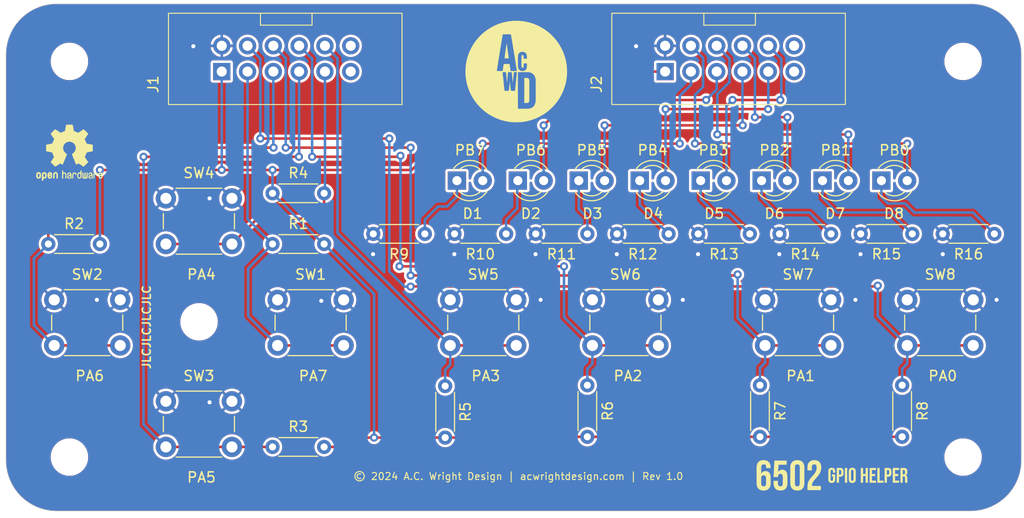
<source format=kicad_pcb>
(kicad_pcb (version 20241229) (generator "pcbnew") (generator_version "9.0")
  (title_block (title "6502 GPIO Helper") (date "2024-06-06") (rev "1.0") (company "A.C. Wright Design"))
  (layers (0 "F.Cu" signal "Top") (2 "B.Cu" signal "Bottom") (13 "F.Paste" user) (15 "B.Paste" user) (5 "F.SilkS" user "F.Silkscreen") (7 "B.SilkS" user "B.Silkscreen") (1 "F.Mask" user) (3 "B.Mask" user) (25 "Edge.Cuts" user))
  (net 0 "")
  (net 1 "GND")
  (net 2 "VCC")
  (net 3 "Net-(D1-K)")
  (net 4 "Net-(D2-K)")
  (net 5 "Net-(D3-K)")
  (net 6 "Net-(D4-K)")
  (net 7 "Net-(D5-K)")
  (net 8 "Net-(D6-K)")
  (net 9 "PB7")
  (net 10 "Net-(D7-K)")
  (net 11 "Net-(D8-K)")
  (net 12 "PB6")
  (net 13 "PB5")
  (net 14 "PB4")
  (net 15 "PB3")
  (net 16 "PB2")
  (net 17 "PB1")
  (net 18 "PB0")
  (net 19 "PA5")
  (net 21 "PA7")
  (net 22 "PA6")
  (net 23 "PA1")
  (net 24 "PA3")
  (net 26 "PA4")
  (net 27 "PA0")
  (net 28 "PA2")
  (footprint "Symbol:OSHW-Logo2_7.3x6mm_SilkScreen" (layer "F.Cu") (at 71.3011 97.8136)
    (property "Reference" "REF**" (hide yes))
    (property "Value" "OSHW-Logo2_7.3x6mm_SilkScreen" (hide yes))
  )
  (footprint "A.C. Wright Logo:A.C. Wright Logo 10mm" (layer "F.Cu") (at 115.3011 89.8136)
    (property "Reference" "G***" (hide yes))
    (property "Value" "LOGO" (hide yes))
  )
  (footprint "LED_THT:LED_D3.0mm" (layer "F.Cu") (at 133.4611 100.5636)
    (property "Reference" "D5" (at 1.34 3.25 0) (layer "F.SilkS"))
    (property "Value" "PB3" (at 1.27 -3 0) (layer "F.SilkS"))
    (pad "1" thru_hole rect (at 0 0) (size 1.8 1.8) (drill 0.9) (layers "*.Cu" "*.Mask") (net 7 "Net-(D5-K)"))
    (pad "2" thru_hole circle (at 2.54 0) (size 1.8 1.8) (drill 0.9) (layers "*.Cu" "*.Mask") (net 15 "PB3"))
  )
  (footprint "Resistor_THT:R_Axial_DIN0204_L3.6mm_D1.6mm_P5.08mm_Horizontal" (layer "F.Cu") (at 141.2211 105.8136)
    (property "Reference" "R14" (at 2.54 2 0) (layer "F.SilkS"))
    (property "Value" "330" (hide yes))
    (pad "1" thru_hole circle (at 0 0) (size 1.4 1.4) (drill 0.7) (layers "*.Cu" "*.Mask") (net 1 "GND"))
    (pad "2" thru_hole oval (at 5.08 0) (size 1.4 1.4) (drill 0.7) (layers "*.Cu" "*.Mask") (net 8 "Net-(D6-K)"))
  )
  (footprint "MountingHole:MountingHole_3.2mm_M3" (layer "F.Cu") (at 159.3011 88.8136)
    (property "Reference" "REF**" (hide yes))
    (property "Value" "MountingHole_3.2mm_M3" (hide yes))
    (pad "" np_thru_hole circle (at 0 0) (size 3.2 3.2) (drill 3.2) (layers "*.Cu" "*.Mask"))
  )
  (footprint "Resistor_THT:R_Axial_DIN0204_L3.6mm_D1.6mm_P5.08mm_Horizontal" (layer "F.Cu") (at 91.3011 126.8136)
    (property "Reference" "R3" (at 2.54 -2 0) (layer "F.SilkS"))
    (property "Value" "1K" (hide yes))
    (pad "1" thru_hole circle (at 0 0) (size 1.4 1.4) (drill 0.7) (layers "*.Cu" "*.Mask") (net 19 "PA5"))
    (pad "2" thru_hole oval (at 5.08 0) (size 1.4 1.4) (drill 0.7) (layers "*.Cu" "*.Mask") (net 2 "VCC"))
  )
  (footprint "MountingHole:MountingHole_3.2mm_M3" (layer "F.Cu") (at 84.06555 114.48)
    (property "Reference" "REF**" (hide yes))
    (property "Value" "MountingHole_3.2mm_M3" (hide yes))
    (pad "" np_thru_hole circle (at 0 0) (size 3.2 3.2) (drill 3.2) (layers "*.Cu" "*.Mask"))
  )
  (footprint "Button_Switch_THT:SW_PUSH_6mm" (layer "F.Cu") (at 153.8011 112.3136)
    (property "Reference" "SW8" (at 3.25 -2.5 0) (layer "F.SilkS"))
    (property "Value" "PA0" (at 3.5 7.5 0) (layer "F.SilkS"))
    (pad "1" thru_hole circle (at 0 0 90) (size 2 2) (drill 1.1) (layers "*.Cu" "*.Mask") (net 1 "GND"))
    (pad "1" thru_hole circle (at 6.5 0 90) (size 2 2) (drill 1.1) (layers "*.Cu" "*.Mask") (net 1 "GND"))
    (pad "2" thru_hole circle (at 0 4.5 90) (size 2 2) (drill 1.1) (layers "*.Cu" "*.Mask") (net 27 "PA0"))
    (pad "2" thru_hole circle (at 6.5 4.5 90) (size 2 2) (drill 1.1) (layers "*.Cu" "*.Mask") (net 27 "PA0"))
  )
  (footprint "LED_THT:LED_D3.0mm" (layer "F.Cu") (at 151.2611 100.5636)
    (property "Reference" "D8" (at 1.24 3.25 0) (layer "F.SilkS"))
    (property "Value" "PB0" (at 1.27 -3 0) (layer "F.SilkS"))
    (pad "1" thru_hole rect (at 0 0) (size 1.8 1.8) (drill 0.9) (layers "*.Cu" "*.Mask") (net 11 "Net-(D8-K)"))
    (pad "2" thru_hole circle (at 2.54 0) (size 1.8 1.8) (drill 0.9) (layers "*.Cu" "*.Mask") (net 18 "PB0"))
  )
  (footprint "Button_Switch_THT:SW_PUSH_6mm" (layer "F.Cu") (at 80.8011 102.3136)
    (property "Reference" "SW4" (at 3.25 -2.5 0) (layer "F.SilkS"))
    (property "Value" "PA4" (at 3.5 7.5 0) (layer "F.SilkS"))
    (pad "1" thru_hole circle (at 0 0 90) (size 2 2) (drill 1.1) (layers "*.Cu" "*.Mask") (net 1 "GND"))
    (pad "1" thru_hole circle (at 6.5 0 90) (size 2 2) (drill 1.1) (layers "*.Cu" "*.Mask") (net 1 "GND"))
    (pad "2" thru_hole circle (at 0 4.5 90) (size 2 2) (drill 1.1) (layers "*.Cu" "*.Mask") (net 26 "PA4"))
    (pad "2" thru_hole circle (at 6.5 4.5 90) (size 2 2) (drill 1.1) (layers "*.Cu" "*.Mask") (net 26 "PA4"))
  )
  (footprint "Resistor_THT:R_Axial_DIN0204_L3.6mm_D1.6mm_P5.08mm_Horizontal" (layer "F.Cu") (at 157.3011 105.8136)
    (property "Reference" "R16" (at 2.54 2 0) (layer "F.SilkS"))
    (property "Value" "330" (hide yes))
    (pad "1" thru_hole circle (at 0 0) (size 1.4 1.4) (drill 0.7) (layers "*.Cu" "*.Mask") (net 1 "GND"))
    (pad "2" thru_hole oval (at 5.08 0) (size 1.4 1.4) (drill 0.7) (layers "*.Cu" "*.Mask") (net 11 "Net-(D8-K)"))
  )
  (footprint "Button_Switch_THT:SW_PUSH_6mm" (layer "F.Cu") (at 91.8011 112.3136)
    (property "Reference" "SW1" (at 3.25 -2.5 0) (layer "F.SilkS"))
    (property "Value" "PA7" (at 3.5 7.5 0) (layer "F.SilkS"))
    (pad "1" thru_hole circle (at 0 0 90) (size 2 2) (drill 1.1) (layers "*.Cu" "*.Mask") (net 1 "GND"))
    (pad "1" thru_hole circle (at 6.5 0 90) (size 2 2) (drill 1.1) (layers "*.Cu" "*.Mask") (net 1 "GND"))
    (pad "2" thru_hole circle (at 0 4.5 90) (size 2 2) (drill 1.1) (layers "*.Cu" "*.Mask") (net 21 "PA7"))
    (pad "2" thru_hole circle (at 6.5 4.5 90) (size 2 2) (drill 1.1) (layers "*.Cu" "*.Mask") (net 21 "PA7"))
  )
  (footprint "LED_THT:LED_D3.0mm" (layer "F.Cu") (at 127.4611 100.5636)
    (property "Reference" "D4" (at 1.34 3.25 0) (layer "F.SilkS"))
    (property "Value" "PB4" (at 1.27 -3 0) (layer "F.SilkS"))
    (pad "1" thru_hole rect (at 0 0) (size 1.8 1.8) (drill 0.9) (layers "*.Cu" "*.Mask") (net 6 "Net-(D4-K)"))
    (pad "2" thru_hole circle (at 2.54 0) (size 1.8 1.8) (drill 0.9) (layers "*.Cu" "*.Mask") (net 14 "PB4"))
  )
  (footprint "6502 Parts:6502 GPIO Connector" (layer "F.Cu") (at 86.3011 89.8136 90)
    (property "Reference" "J1" (at -1.25 -6.75 90) (layer "F.SilkS"))
    (property "Value" "PORT A")
    (pad "1" thru_hole rect (at 0 0 90) (size 1.7 1.7) (drill 1) (layers "*.Cu" "*.Mask") (net 2 "VCC"))
    (pad "2" thru_hole oval (at 2.54 0 90) (size 1.7 1.7) (drill 1) (layers "*.Cu" "*.Mask") (net 1 "GND"))
    (pad "3" thru_hole oval (at 0 2.54 90) (size 1.7 1.7) (drill 1) (layers "*.Cu" "*.Mask") (net 21 "PA7"))
    (pad "4" thru_hole oval (at 2.54 2.54 90) (size 1.7 1.7) (drill 1) (layers "*.Cu" "*.Mask") (net 27 "PA0"))
    (pad "5" thru_hole oval (at 0 5.08 90) (size 1.7 1.7) (drill 1) (layers "*.Cu" "*.Mask") (net 22 "PA6"))
    (pad "6" thru_hole oval (at 2.54 5.08 90) (size 1.7 1.7) (drill 1) (layers "*.Cu" "*.Mask") (net 23 "PA1"))
    (pad "7" thru_hole oval (at 0 7.62 90) (size 1.7 1.7) (drill 1) (layers "*.Cu" "*.Mask") (net 19 "PA5"))
    (pad "8" thru_hole oval (at 2.54 7.62 90) (size 1.7 1.7) (drill 1) (layers "*.Cu" "*.Mask") (net 28 "PA2"))
    (pad "9" thru_hole oval (at 0 10.16 90) (size 1.7 1.7) (drill 1) (layers "*.Cu" "*.Mask") (net 26 "PA4"))
    (pad "10" thru_hole oval (at 2.54 10.16 90) (size 1.7 1.7) (drill 1) (layers "*.Cu" "*.Mask") (net 24 "PA3"))
    (pad "11" thru_hole oval (at 0 12.7 90) (size 1.7 1.7) (drill 1) (layers "*.Cu" "*.Mask"))
    (pad "12" thru_hole oval (at 2.54 12.7 90) (size 1.7 1.7) (drill 1) (layers "*.Cu" "*.Mask"))
  )
  (footprint "6502 Logos:6502 GPIO Helper Logo 3mm" (layer "F.Cu") (at 150.956215 129.613673)
    (property "Reference" "G***" (hide yes))
    (property "Value" "LOGO" (hide yes))
  )
  (footprint "Resistor_THT:R_Axial_DIN0204_L3.6mm_D1.6mm_P5.08mm_Horizontal" (layer "F.Cu") (at 69.2211 106.8136)
    (property "Reference" "R2" (at 2.54 -2 0) (layer "F.SilkS"))
    (property "Value" "1K" (hide yes))
    (pad "1" thru_hole circle (at 0 0) (size 1.4 1.4) (drill 0.7) (layers "*.Cu" "*.Mask") (net 22 "PA6"))
    (pad "2" thru_hole oval (at 5.08 0) (size 1.4 1.4) (drill 0.7) (layers "*.Cu" "*.Mask") (net 2 "VCC"))
  )
  (footprint "LED_THT:LED_D3.0mm" (layer "F.Cu") (at 115.4611 100.5636)
    (property "Reference" "D2" (at 1.27 3.25 0) (layer "F.SilkS"))
    (property "Value" "PB6" (at 1.27 -3 0) (layer "F.SilkS"))
    (pad "1" thru_hole rect (at 0 0) (size 1.8 1.8) (drill 0.9) (layers "*.Cu" "*.Mask") (net 4 "Net-(D2-K)"))
    (pad "2" thru_hole circle (at 2.54 0) (size 1.8 1.8) (drill 0.9) (layers "*.Cu" "*.Mask") (net 12 "PB6"))
  )
  (footprint "Resistor_THT:R_Axial_DIN0204_L3.6mm_D1.6mm_P5.08mm_Horizontal" (layer "F.Cu") (at 108.3011 120.8136 -90)
    (property "Reference" "R5" (at 2.54 -2 90) (layer "F.SilkS"))
    (property "Value" "1K" (hide yes))
    (pad "1" thru_hole circle (at 0 0 270) (size 1.4 1.4) (drill 0.7) (layers "*.Cu" "*.Mask") (net 24 "PA3"))
    (pad "2" thru_hole oval (at 5.08 0 270) (size 1.4 1.4) (drill 0.7) (layers "*.Cu" "*.Mask") (net 2 "VCC"))
  )
  (footprint "MountingHole:MountingHole_3.2mm_M3" (layer "F.Cu") (at 159.3011 127.8136)
    (property "Reference" "REF**" (hide yes))
    (property "Value" "MountingHole_3.2mm_M3" (hide yes))
    (pad "" np_thru_hole circle (at 0 0) (size 3.2 3.2) (drill 3.2) (layers "*.Cu" "*.Mask"))
  )
  (footprint "Resistor_THT:R_Axial_DIN0204_L3.6mm_D1.6mm_P5.08mm_Horizontal" (layer "F.Cu") (at 117.2211 105.8136)
    (property "Reference" "R11" (at 2.54 2 0) (layer "F.SilkS"))
    (property "Value" "330" (hide yes))
    (pad "1" thru_hole circle (at 0 0) (size 1.4 1.4) (drill 0.7) (layers "*.Cu" "*.Mask") (net 1 "GND"))
    (pad "2" thru_hole oval (at 5.08 0) (size 1.4 1.4) (drill 0.7) (layers "*.Cu" "*.Mask") (net 5 "Net-(D3-K)"))
  )
  (footprint "6502 Parts:6502 GPIO Connector" (layer "F.Cu") (at 129.9611 89.8136 90)
    (property "Reference" "J2" (at -1.25 -6.75 90) (layer "F.SilkS"))
    (property "Value" "PORT B")
    (pad "1" thru_hole rect (at 0 0 90) (size 1.7 1.7) (drill 1) (layers "*.Cu" "*.Mask") (net 2 "VCC"))
    (pad "2" thru_hole oval (at 2.54 0 90) (size 1.7 1.7) (drill 1) (layers "*.Cu" "*.Mask") (net 1 "GND"))
    (pad "3" thru_hole oval (at 0 2.54 90) (size 1.7 1.7) (drill 1) (layers "*.Cu" "*.Mask") (net 9 "PB7"))
    (pad "4" thru_hole oval (at 2.54 2.54 90) (size 1.7 1.7) (drill 1) (layers "*.Cu" "*.Mask") (net 18 "PB0"))
    (pad "5" thru_hole oval (at 0 5.08 90) (size 1.7 1.7) (drill 1) (layers "*.Cu" "*.Mask") (net 12 "PB6"))
    (pad "6" thru_hole oval (at 2.54 5.08 90) (size 1.7 1.7) (drill 1) (layers "*.Cu" "*.Mask") (net 17 "PB1"))
    (pad "7" thru_hole oval (at 0 7.62 90) (size 1.7 1.7) (drill 1) (layers "*.Cu" "*.Mask") (net 13 "PB5"))
    (pad "8" thru_hole oval (at 2.54 7.62 90) (size 1.7 1.7) (drill 1) (layers "*.Cu" "*.Mask") (net 16 "PB2"))
    (pad "9" thru_hole oval (at 0 10.16 90) (size 1.7 1.7) (drill 1) (layers "*.Cu" "*.Mask") (net 14 "PB4"))
    (pad "10" thru_hole oval (at 2.54 10.16 90) (size 1.7 1.7) (drill 1) (layers "*.Cu" "*.Mask") (net 15 "PB3"))
    (pad "11" thru_hole oval (at 0 12.7 90) (size 1.7 1.7) (drill 1) (layers "*.Cu" "*.Mask"))
    (pad "12" thru_hole oval (at 2.54 12.7 90) (size 1.7 1.7) (drill 1) (layers "*.Cu" "*.Mask"))
  )
  (footprint "LED_THT:LED_D3.0mm" (layer "F.Cu") (at 109.4611 100.5636)
    (property "Reference" "D1" (at 1.54 3.25 0) (layer "F.SilkS"))
    (property "Value" "PB7" (at 1.27 -3 0) (layer "F.SilkS"))
    (pad "1" thru_hole rect (at 0 0) (size 1.8 1.8) (drill 0.9) (layers "*.Cu" "*.Mask") (net 3 "Net-(D1-K)"))
    (pad "2" thru_hole circle (at 2.54 0) (size 1.8 1.8) (drill 0.9) (layers "*.Cu" "*.Mask") (net 9 "PB7"))
  )
  (footprint "MountingHole:MountingHole_3.2mm_M3" (layer "F.Cu") (at 71.3011 88.8136)
    (property "Reference" "REF**" (hide yes))
    (property "Value" "MountingHole_3.2mm_M3" (hide yes))
    (pad "" np_thru_hole circle (at 0 0) (size 3.2 3.2) (drill 3.2) (layers "*.Cu" "*.Mask"))
  )
  (footprint "Resistor_THT:R_Axial_DIN0204_L3.6mm_D1.6mm_P5.08mm_Horizontal" (layer "F.Cu") (at 153.3011 120.7336 -90)
    (property "Reference" "R8" (at 2.54 -2 90) (layer "F.SilkS"))
    (property "Value" "1K" (hide yes))
    (pad "1" thru_hole circle (at 0 0 270) (size 1.4 1.4) (drill 0.7) (layers "*.Cu" "*.Mask") (net 27 "PA0"))
    (pad "2" thru_hole oval (at 5.08 0 270) (size 1.4 1.4) (drill 0.7) (layers "*.Cu" "*.Mask") (net 2 "VCC"))
  )
  (footprint "Button_Switch_THT:SW_PUSH_6mm" (layer "F.Cu") (at 80.8011 122.3136)
    (property "Reference" "SW3" (at 3.25 -2.5 0) (layer "F.SilkS"))
    (property "Value" "PA5" (at 3.5 7.5 0) (layer "F.SilkS"))
    (pad "1" thru_hole circle (at 0 0 90) (size 2 2) (drill 1.1) (layers "*.Cu" "*.Mask") (net 1 "GND"))
    (pad "1" thru_hole circle (at 6.5 0 90) (size 2 2) (drill 1.1) (layers "*.Cu" "*.Mask") (net 1 "GND"))
    (pad "2" thru_hole circle (at 0 4.5 90) (size 2 2) (drill 1.1) (layers "*.Cu" "*.Mask") (net 19 "PA5"))
    (pad "2" thru_hole circle (at 6.5 4.5 90) (size 2 2) (drill 1.1) (layers "*.Cu" "*.Mask") (net 19 "PA5"))
  )
  (footprint "LED_THT:LED_D3.0mm" (layer "F.Cu") (at 139.4611 100.5636)
    (property "Reference" "D6" (at 1.27 3.25 0) (layer "F.SilkS"))
    (property "Value" "PB2" (at 1.27 -3 0) (layer "F.SilkS"))
    (pad "1" thru_hole rect (at 0 0) (size 1.8 1.8) (drill 0.9) (layers "*.Cu" "*.Mask") (net 8 "Net-(D6-K)"))
    (pad "2" thru_hole circle (at 2.54 0) (size 1.8 1.8) (drill 0.9) (layers "*.Cu" "*.Mask") (net 16 "PB2"))
  )
  (footprint "Resistor_THT:R_Axial_DIN0204_L3.6mm_D1.6mm_P5.08mm_Horizontal" (layer "F.Cu") (at 133.2211 105.8136)
    (property "Reference" "R13" (at 2.54 2 0) (layer "F.SilkS"))
    (property "Value" "330" (hide yes))
    (pad "1" thru_hole circle (at 0 0) (size 1.4 1.4) (drill 0.7) (layers "*.Cu" "*.Mask") (net 1 "GND"))
    (pad "2" thru_hole oval (at 5.08 0) (size 1.4 1.4) (drill 0.7) (layers "*.Cu" "*.Mask") (net 7 "Net-(D5-K)"))
  )
  (footprint "Button_Switch_THT:SW_PUSH_6mm" (layer "F.Cu") (at 139.8011 112.3136)
    (property "Reference" "SW7" (at 3.25 -2.5 0) (layer "F.SilkS"))
    (property "Value" "PA1" (at 3.5 7.5 0) (layer "F.SilkS"))
    (pad "1" thru_hole circle (at 0 0 90) (size 2 2) (drill 1.1) (layers "*.Cu" "*.Mask") (net 1 "GND"))
    (pad "1" thru_hole circle (at 6.5 0 90) (size 2 2) (drill 1.1) (layers "*.Cu" "*.Mask") (net 1 "GND"))
    (pad "2" thru_hole circle (at 0 4.5 90) (size 2 2) (drill 1.1) (layers "*.Cu" "*.Mask") (net 23 "PA1"))
    (pad "2" thru_hole circle (at 6.5 4.5 90) (size 2 2) (drill 1.1) (layers "*.Cu" "*.Mask") (net 23 "PA1"))
  )
  (footprint "Resistor_THT:R_Axial_DIN0204_L3.6mm_D1.6mm_P5.08mm_Horizontal" (layer "F.Cu") (at 122.3011 120.7336 -90)
    (property "Reference" "R6" (at 2.54 -2 90) (layer "F.SilkS"))
    (property "Value" "1K" (hide yes))
    (pad "1" thru_hole circle (at 0 0 270) (size 1.4 1.4) (drill 0.7) (layers "*.Cu" "*.Mask") (net 28 "PA2"))
    (pad "2" thru_hole oval (at 5.08 0 270) (size 1.4 1.4) (drill 0.7) (layers "*.Cu" "*.Mask") (net 2 "VCC"))
  )
  (footprint "Resistor_THT:R_Axial_DIN0204_L3.6mm_D1.6mm_P5.08mm_Horizontal" (layer "F.Cu") (at 149.2211 105.8136)
    (property "Reference" "R15" (at 2.54 2 0) (layer "F.SilkS"))
    (property "Value" "330" (hide yes))
    (pad "1" thru_hole circle (at 0 0) (size 1.4 1.4) (drill 0.7) (layers "*.Cu" "*.Mask") (net 1 "GND"))
    (pad "2" thru_hole oval (at 5.08 0) (size 1.4 1.4) (drill 0.7) (layers "*.Cu" "*.Mask") (net 10 "Net-(D7-K)"))
  )
  (footprint "Resistor_THT:R_Axial_DIN0204_L3.6mm_D1.6mm_P5.08mm_Horizontal" (layer "F.Cu") (at 139.3011 120.7336 -90)
    (property "Reference" "R7" (at 2.54 -2 90) (layer "F.SilkS"))
    (property "Value" "1K" (hide yes))
    (pad "1" thru_hole circle (at 0 0 270) (size 1.4 1.4) (drill 0.7) (layers "*.Cu" "*.Mask") (net 23 "PA1"))
    (pad "2" thru_hole oval (at 5.08 0 270) (size 1.4 1.4) (drill 0.7) (layers "*.Cu" "*.Mask") (net 2 "VCC"))
  )
  (footprint "Resistor_THT:R_Axial_DIN0204_L3.6mm_D1.6mm_P5.08mm_Horizontal" (layer "F.Cu") (at 125.2211 105.8136)
    (property "Reference" "R12" (at 2.54 2 0) (layer "F.SilkS"))
    (property "Value" "330" (hide yes))
    (pad "1" thru_hole circle (at 0 0) (size 1.4 1.4) (drill 0.7) (layers "*.Cu" "*.Mask") (net 1 "GND"))
    (pad "2" thru_hole oval (at 5.08 0) (size 1.4 1.4) (drill 0.7) (layers "*.Cu" "*.Mask") (net 6 "Net-(D4-K)"))
  )
  (footprint "LED_THT:LED_D3.0mm" (layer "F.Cu") (at 121.4611 100.5636)
    (property "Reference" "D3" (at 1.34 3.25 0) (layer "F.SilkS"))
    (property "Value" "PB5" (at 1.27 -3 0) (layer "F.SilkS"))
    (pad "1" thru_hole rect (at 0 0) (size 1.8 1.8) (drill 0.9) (layers "*.Cu" "*.Mask") (net 5 "Net-(D3-K)"))
    (pad "2" thru_hole circle (at 2.54 0) (size 1.8 1.8) (drill 0.9) (layers "*.Cu" "*.Mask") (net 13 "PB5"))
  )
  (footprint "Button_Switch_THT:SW_PUSH_6mm" (layer "F.Cu") (at 122.8011 112.3136)
    (property "Reference" "SW6" (at 3.25 -2.5 0) (layer "F.SilkS"))
    (property "Value" "PA2" (at 3.5 7.5 0) (layer "F.SilkS"))
    (pad "1" thru_hole circle (at 0 0 90) (size 2 2) (drill 1.1) (layers "*.Cu" "*.Mask") (net 1 "GND"))
    (pad "1" thru_hole circle (at 6.5 0 90) (size 2 2) (drill 1.1) (layers "*.Cu" "*.Mask") (net 1 "GND"))
    (pad "2" thru_hole circle (at 0 4.5 90) (size 2 2) (drill 1.1) (layers "*.Cu" "*.Mask") (net 28 "PA2"))
    (pad "2" thru_hole circle (at 6.5 4.5 90) (size 2 2) (drill 1.1) (layers "*.Cu" "*.Mask") (net 28 "PA2"))
  )
  (footprint "Button_Switch_THT:SW_PUSH_6mm" (layer "F.Cu") (at 69.8011 112.3136)
    (property "Reference" "SW2" (at 3.25 -2.5 0) (layer "F.SilkS"))
    (property "Value" "PA6" (at 3.5 7.5 0) (layer "F.SilkS"))
    (pad "1" thru_hole circle (at 0 0 90) (size 2 2) (drill 1.1) (layers "*.Cu" "*.Mask") (net 1 "GND"))
    (pad "1" thru_hole circle (at 6.5 0 90) (size 2 2) (drill 1.1) (layers "*.Cu" "*.Mask") (net 1 "GND"))
    (pad "2" thru_hole circle (at 0 4.5 90) (size 2 2) (drill 1.1) (layers "*.Cu" "*.Mask") (net 22 "PA6"))
    (pad "2" thru_hole circle (at 6.5 4.5 90) (size 2 2) (drill 1.1) (layers "*.Cu" "*.Mask") (net 22 "PA6"))
  )
  (footprint "Resistor_THT:R_Axial_DIN0204_L3.6mm_D1.6mm_P5.08mm_Horizontal" (layer "F.Cu") (at 101.2211 105.8136)
    (property "Reference" "R9" (at 2.54 2 0) (layer "F.SilkS"))
    (property "Value" "330" (hide yes))
    (pad "1" thru_hole circle (at 0 0) (size 1.4 1.4) (drill 0.7) (layers "*.Cu" "*.Mask") (net 1 "GND"))
    (pad "2" thru_hole oval (at 5.08 0) (size 1.4 1.4) (drill 0.7) (layers "*.Cu" "*.Mask") (net 3 "Net-(D1-K)"))
  )
  (footprint "Resistor_THT:R_Axial_DIN0204_L3.6mm_D1.6mm_P5.08mm_Horizontal" (layer "F.Cu") (at 109.2211 105.8136)
    (property "Reference" "R10" (at 2.54 2 0) (layer "F.SilkS"))
    (property "Value" "330" (hide yes))
    (pad "1" thru_hole circle (at 0 0) (size 1.4 1.4) (drill 0.7) (layers "*.Cu" "*.Mask") (net 1 "GND"))
    (pad "2" thru_hole oval (at 5.08 0) (size 1.4 1.4) (drill 0.7) (layers "*.Cu" "*.Mask") (net 4 "Net-(D2-K)"))
  )
  (footprint "Button_Switch_THT:SW_PUSH_6mm" (layer "F.Cu") (at 108.8011 112.3136)
    (property "Reference" "SW5" (at 3.25 -2.5 0) (layer "F.SilkS"))
    (property "Value" "PA3" (at 3.5 7.5 0) (layer "F.SilkS"))
    (pad "1" thru_hole circle (at 0 0 90) (size 2 2) (drill 1.1) (layers "*.Cu" "*.Mask") (net 1 "GND"))
    (pad "1" thru_hole circle (at 6.5 0 90) (size 2 2) (drill 1.1) (layers "*.Cu" "*.Mask") (net 1 "GND"))
    (pad "2" thru_hole circle (at 0 4.5 90) (size 2 2) (drill 1.1) (layers "*.Cu" "*.Mask") (net 24 "PA3"))
    (pad "2" thru_hole circle (at 6.5 4.5 90) (size 2 2) (drill 1.1) (layers "*.Cu" "*.Mask") (net 24 "PA3"))
  )
  (footprint "MountingHole:MountingHole_3.2mm_M3" (layer "F.Cu") (at 71.3011 127.8136)
    (property "Reference" "REF**" (hide yes))
    (property "Value" "MountingHole_3.2mm_M3" (hide yes))
    (pad "" np_thru_hole circle (at 0 0) (size 3.2 3.2) (drill 3.2) (layers "*.Cu" "*.Mask"))
  )
  (footprint "LED_THT:LED_D3.0mm" (layer "F.Cu") (at 145.4611 100.5636)
    (property "Reference" "D7" (at 1.24 3.25 0) (layer "F.SilkS"))
    (property "Value" "PB1" (at 1.29 -3 0) (layer "F.SilkS"))
    (pad "1" thru_hole rect (at 0 0) (size 1.8 1.8) (drill 0.9) (layers "*.Cu" "*.Mask") (net 10 "Net-(D7-K)"))
    (pad "2" thru_hole circle (at 2.54 0) (size 1.8 1.8) (drill 0.9) (layers "*.Cu" "*.Mask") (net 17 "PB1"))
  )
  (footprint "Resistor_THT:R_Axial_DIN0204_L3.6mm_D1.6mm_P5.08mm_Horizontal" (layer "F.Cu") (at 96.3811 101.8136 180)
    (property "Reference" "R4" (at 2.54 2 180) (layer "F.SilkS"))
    (property "Value" "1K" (hide yes))
    (pad "1" thru_hole circle (at 0 0 180) (size 1.4 1.4) (drill 0.7) (layers "*.Cu" "*.Mask") (net 26 "PA4"))
    (pad "2" thru_hole oval (at 5.08 0 180) (size 1.4 1.4) (drill 0.7) (layers "*.Cu" "*.Mask") (net 2 "VCC"))
  )
  (footprint "Resistor_THT:R_Axial_DIN0204_L3.6mm_D1.6mm_P5.08mm_Horizontal" (layer "F.Cu") (at 91.3011 106.8136)
    (property "Reference" "R1" (at 2.54 -2 0) (layer "F.SilkS"))
    (property "Value" "1K" (hide yes))
    (pad "1" thru_hole circle (at 0 0) (size 1.4 1.4) (drill 0.7) (layers "*.Cu" "*.Mask") (net 21 "PA7"))
    (pad "2" thru_hole oval (at 5.08 0) (size 1.4 1.4) (drill 0.7) (layers "*.Cu" "*.Mask") (net 2 "VCC"))
  )
  (gr_line (start 132.8472 133.1342) (end 160.0472 133.1342) (stroke (width 0.05)) (layer "Edge.Cuts"))
  (gr_arc (start 70.0472 133.1342) (mid 66.511666 131.669734) (end 65.0472 128.1342) (stroke (width 0.05)) (layer "Edge.Cuts"))
  (gr_line (start 165.0472 128.1342) (end 165.0472 88.1342) (stroke (width 0.05)) (layer "Edge.Cuts"))
  (gr_line (start 70.0472 133.1342) (end 132.8472 133.1342) (stroke (width 0.05)) (layer "Edge.Cuts"))
  (gr_line (start 65.0472 88.1342) (end 65.0472 128.1342) (stroke (width 0.05)) (layer "Edge.Cuts"))
  (gr_arc (start 65.0472 88.1342) (mid 66.511666 84.598666) (end 70.0472 83.1342) (stroke (width 0.05)) (layer "Edge.Cuts"))
  (gr_line (start 160.0472 83.1342) (end 70.0472 83.1342) (stroke (width 0.05)) (layer "Edge.Cuts"))
  (gr_arc (start 160.0472 83.1342) (mid 163.582734 84.598666) (end 165.0472 88.1342) (stroke (width 0.05)) (layer "Edge.Cuts"))
  (gr_arc (start 165.0472 128.1342) (mid 163.582734 131.669734) (end 160.0472 133.1342) (stroke (width 0.05)) (layer "Edge.Cuts"))
  (gr_text "JLCJLCJLCJLC" (at 78.9011 115.0136 90) (layer "F.SilkS") (effects (font (size 0.8 0.8))))
  (gr_text "© 2024 A.C. Wright Design | acwrightdesign.com | Rev 1.0" (at 115.5011 129.7136 0) (layer "F.SilkS") (effects (font (size 0.7 0.7) (thickness 0.1))))
  (via (at 149.2011 107.8136) (size 0.8) (drill 0.4) (layers "F.Cu" "B.Cu") (net 1))
  (via (at 117.7011 112.3136) (size 0.8) (drill 0.4) (layers "F.Cu" "B.Cu") (net 1))
  (via (at 141.2011 107.8136) (size 0.8) (drill 0.4) (layers "F.Cu" "B.Cu") (net 1))
  (via (at 109.2011 107.8136) (size 0.8) (drill 0.4) (layers "F.Cu" "B.Cu") (net 1))
  (via (at 131.7011 112.3136) (size 0.8) (drill 0.4) (layers "F.Cu" "B.Cu") (net 1))
  (via (at 148.7011 112.3136) (size 0.8) (drill 0.4) (layers "F.Cu" "B.Cu") (net 1))
  (via (at 117.2011 107.8136) (size 0.8) (drill 0.4) (layers "F.Cu" "B.Cu") (net 1))
  (via (at 127.1011 87.3136) (size 0.8) (drill 0.4) (layers "F.Cu" "B.Cu") (net 1))
  (via (at 133.2011 107.8136) (size 0.8) (drill 0.4) (layers "F.Cu" "B.Cu") (net 1))
  (via (at 83.5011 87.3136) (size 0.8) (drill 0.4) (layers "F.Cu" "B.Cu") (net 1))
  (via (at 125.2011 107.8136) (size 0.8) (drill 0.4) (layers "F.Cu" "B.Cu") (net 1))
  (via (at 74.0011 112.3136) (size 0.8) (drill 0.4) (layers "F.Cu" "B.Cu") (net 1))
  (via (at 85.1011 102.3136) (size 0.8) (drill 0.4) (layers "F.Cu" "B.Cu") (net 1))
  (via (at 96.1011 112.4136) (size 0.8) (drill 0.4) (layers "F.Cu" "B.Cu") (net 1))
  (via (at 101.2011 107.8136) (size 0.8) (drill 0.4) (layers "F.Cu" "B.Cu") (net 1))
  (via (at 162.6011 112.3136) (size 0.8) (drill 0.4) (layers "F.Cu" "B.Cu") (net 1))
  (via (at 85.1011 122.4136) (size 0.8) (drill 0.4) (layers "F.Cu" "B.Cu") (net 1))
  (via (at 157.3011 107.8136) (size 0.8) (drill 0.4) (layers "F.Cu" "B.Cu") (net 1))
  (segment (start 121.0211 125.8936) (end 108.3011 125.8936) (width 0.25) (layer "F.Cu") (net 2))
  (segment (start 109.4011 95.1136) (end 115.9011 95.1136) (width 0.25) (layer "F.Cu") (net 2))
  (segment (start 91.3011 99.5136) (end 86.3011 99.5136) (width 0.25) (layer "F.Cu") (net 2))
  (segment (start 74.3011 99.5136) (end 86.3011 99.5136) (width 0.25) (layer "F.Cu") (net 2))
  (segment (start 153.3011 125.8136) (end 139.3011 125.8136) (width 0.25) (layer "F.Cu") (net 2))
  (segment (start 98.3011 126.8136) (end 96.3811 126.8136) (width 0.25) (layer "F.Cu") (net 2))
  (segment (start 139.3011 125.8136) (end 122.3011 125.8136) (width 0.25) (layer "F.Cu") (net 2))
  (segment (start 105.0011 99.5136) (end 109.4011 95.1136) (width 0.25) (layer "F.Cu") (net 2))
  (segment (start 99.2211 125.8936) (end 98.3011 126.8136) (width 0.25) (layer "F.Cu") (net 2))
  (segment (start 115.9011 95.1136) (end 121.2011 89.8136) (width 0.25) (layer "F.Cu") (net 2))
  (segment (start 121.1011 125.8136) (end 121.0211 125.8936) (width 0.25) (layer "F.Cu") (net 2))
  (segment (start 91.3011 99.5136) (end 105.0011 99.5136) (width 0.25) (layer "F.Cu") (net 2))
  (segment (start 121.2011 89.8136) (end 129.9611 89.8136) (width 0.25) (layer "F.Cu") (net 2))
  (segment (start 108.3011 125.8936) (end 99.2211 125.8936) (width 0.25) (layer "F.Cu") (net 2))
  (segment (start 122.3011 125.8136) (end 121.1011 125.8136) (width 0.25) (layer "F.Cu") (net 2))
  (via (at 91.3011 99.5136) (size 0.8) (drill 0.4) (layers "F.Cu" "B.Cu") (net 2))
  (via (at 101.3011 125.8936) (size 0.8) (drill 0.4) (layers "F.Cu" "B.Cu") (net 2))
  (via (at 86.3011 99.5136) (size 0.8) (drill 0.4) (layers "F.Cu" "B.Cu") (net 2))
  (via (at 74.3011 99.5136) (size 0.8) (drill 0.4) (layers "F.Cu" "B.Cu") (net 2))
  (segment (start 86.3011 89.8136) (end 86.3011 99.5136) (width 0.25) (layer "B.Cu") (net 2))
  (segment (start 74.3011 99.5136) (end 74.3011 106.8136) (width 0.25) (layer "B.Cu") (net 2))
  (segment (start 91.3011 101.8136) (end 91.3011 99.5136) (width 0.25) (layer "B.Cu") (net 2))
  (segment (start 101.3011 125.8936) (end 101.3011 111.7336) (width 0.25) (layer "B.Cu") (net 2))
  (segment (start 101.3011 111.7336) (end 96.3811 106.8136) (width 0.25) (layer "B.Cu") (net 2))
  (segment (start 91.3011 101.8136) (end 96.3011 106.8136) (width 0.25) (layer "B.Cu") (net 2))
  (segment (start 96.3011 106.8136) (end 96.3811 106.8136) (width 0.25) (layer "B.Cu") (net 2))
  (segment (start 107.6011 103.1136) (end 108.5011 103.1136) (width 0.25) (layer "B.Cu") (net 3))
  (segment (start 106.3011 105.8136) (end 106.3011 104.4136) (width 0.25) (layer "B.Cu") (net 3))
  (segment (start 109.4611 102.1536) (end 109.4611 100.5636) (width 0.25) (layer "B.Cu") (net 3))
  (segment (start 108.5011 103.1136) (end 109.4611 102.1536) (width 0.25) (layer "B.Cu") (net 3))
  (segment (start 106.3011 104.4136) (end 107.6011 103.1136) (width 0.25) (layer "B.Cu") (net 3))
  (segment (start 115.4011 100.6236) (end 115.4611 100.5636) (width 0.25) (layer "B.Cu") (net 4))
  (segment (start 114.3011 104.4136) (end 115.4011 103.3136) (width 0.25) (layer "B.Cu") (net 4))
  (segment (start 114.3011 105.8136) (end 114.3011 104.4136) (width 0.25) (layer "B.Cu") (net 4))
  (segment (start 115.4011 103.3136) (end 115.4011 100.6236) (width 0.25) (layer "B.Cu") (net 4))
  (segment (start 122.3011 105.8136) (end 122.3011 104.2136) (width 0.25) (layer "B.Cu") (net 5))
  (segment (start 122.3011 104.2136) (end 121.4611 103.3736) (width 0.25) (layer "B.Cu") (net 5))
  (segment (start 121.4611 103.3736) (end 121.4611 100.5636) (width 0.25) (layer "B.Cu") (net 5))
  (segment (start 127.4611 102.9736) (end 127.4611 100.5636) (width 0.25) (layer "B.Cu") (net 6))
  (segment (start 130.3011 105.8136) (end 127.4611 102.9736) (width 0.25) (layer "B.Cu") (net 6))
  (segment (start 134.8011 103.7136) (end 133.4611 102.3736) (width 0.25) (layer "B.Cu") (net 7))
  (segment (start 136.2011 103.7136) (end 134.8011 103.7136) (width 0.25) (layer "B.Cu") (net 7))
  (segment (start 133.4611 102.3736) (end 133.4611 100.5636) (width 0.25) (layer "B.Cu") (net 7))
  (segment (start 138.3011 105.8136) (end 136.2011 103.7136) (width 0.25) (layer "B.Cu") (net 7))
  (segment (start 139.4611 102.2736) (end 139.4611 100.5636) (width 0.25) (layer "B.Cu") (net 8))
  (segment (start 140.9011 103.7136) (end 139.4611 102.2736) (width 0.25) (layer "B.Cu") (net 8))
  (segment (start 144.2011 103.7136) (end 140.9011 103.7136) (width 0.25) (layer "B.Cu") (net 8))
  (segment (start 146.3011 105.8136) (end 144.2011 103.7136) (width 0.25) (layer "B.Cu") (net 8))
  (segment (start 131.4011 96.9136) (end 112.0011 96.9136) (width 0.25) (layer "F.Cu") (net 9))
  (via (at 112.0011 96.9136) (size 0.8) (drill 0.4) (layers "F.Cu" "B.Cu") (net 9))
  (via (at 131.4011 96.9136) (size 0.8) (drill 0.4) (layers "F.Cu" "B.Cu") (net 9))
  (segment (start 112.0011 96.9136) (end 112.0011 100.5636) (width 0.25) (layer "B.Cu") (net 9))
  (segment (start 131.8011 91.8136) (end 131.4011 92.2136) (width 0.25) (layer "B.Cu") (net 9))
  (segment (start 131.4011 92.2136) (end 131.4011 96.9136) (width 0.25) (layer "B.Cu") (net 9))
  (segment (start 132.5011 91.1136) (end 131.8011 91.8136) (width 0.25) (layer "B.Cu") (net 9))
  (segment (start 132.5011 89.8136) (end 132.5011 91.1136) (width 0.25) (layer "B.Cu") (net 9))
  (segment (start 154.3011 105.8136) (end 152.2011 103.7136) (width 0.25) (layer "B.Cu") (net 10))
  (segment (start 145.4611 102.2736) (end 145.4611 100.5636) (width 0.25) (layer "B.Cu") (net 10))
  (segment (start 146.9011 103.7136) (end 145.4611 102.2736) (width 0.25) (layer "B.Cu") (net 10))
  (segment (start 152.2011 103.7136) (end 146.9011 103.7136) (width 0.25) (layer "B.Cu") (net 10))
  (segment (start 153.6011 102.8136) (end 151.9011 102.8136) (width 0.25) (layer "B.Cu") (net 11))
  (segment (start 160.2811 103.7136) (end 154.5011 103.7136) (width 0.25) (layer "B.Cu") (net 11))
  (segment (start 151.9011 102.8136) (end 151.2611 102.1736) (width 0.25) (layer "B.Cu") (net 11))
  (segment (start 154.5011 103.7136) (end 153.6011 102.8136) (width 0.25) (layer "B.Cu") (net 11))
  (segment (start 162.3811 105.8136) (end 160.2811 103.7136) (width 0.25) (layer "B.Cu") (net 11))
  (segment (start 151.2611 102.1736) (end 151.2611 100.5636) (width 0.25) (layer "B.Cu") (net 11))
  (segment (start 134.0011 92.6136) (end 120.5011 92.6136) (width 0.25) (layer "F.Cu") (net 12))
  (segment (start 120.5011 92.6136) (end 118.0011 95.1136) (width 0.25) (layer "F.Cu") (net 12))
  (via (at 134.0011 92.6136) (size 0.8) (drill 0.4) (layers "F.Cu" "B.Cu") (net 12))
  (via (at 118.0011 95.1136) (size 0.8) (drill 0.4) (layers "F.Cu" "B.Cu") (net 12))
  (segment (start 135.0411 89.8136) (end 135.0411 91.5736) (width 0.25) (layer "B.Cu") (net 12))
  (segment (start 135.0411 91.5736) (end 134.0011 92.6136) (width 0.25) (layer "B.Cu") (net 12))
  (segment (start 118.0011 95.1136) (end 118.0011 100.5636) (width 0.25) (layer "B.Cu") (net 12))
  (segment (start 137.6011 95.1136) (end 124.0011 95.1136) (width 0.25) (layer "F.Cu") (net 13))
  (via (at 137.6011 95.1136) (size 0.8) (drill 0.4) (layers "F.Cu" "B.Cu") (net 13))
  (via (at 124.0011 95.1136) (size 0.8) (drill 0.4) (layers "F.Cu" "B.Cu") (net 13))
  (segment (start 137.5811 89.8136) (end 137.5811 95.0936) (width 0.25) (layer "B.Cu") (net 13))
  (segment (start 124.0011 95.1136) (end 124.0011 100.5636) (width 0.25) (layer "B.Cu") (net 13))
  (segment (start 137.5811 95.0936) (end 137.6011 95.1136) (width 0.25) (layer "B.Cu") (net 13))
  (segment (start 140.1011 93.5136) (end 130.0011 93.5136) (width 0.25) (layer "F.Cu") (net 14))
  (via (at 130.0011 93.5136) (size 0.8) (drill 0.4) (layers "F.Cu" "B.Cu") (net 14))
  (via (at 140.1011 93.5136) (size 0.8) (drill 0.4) (layers "F.Cu" "B.Cu") (net 14))
  (segment (start 140.1211 89.8136) (end 140.1211 93.4936) (width 0.25) (layer "B.Cu") (net 14))
  (segment (start 130.0011 93.5136) (end 130.0011 100.5636) (width 0.25) (layer "B.Cu") (net 14))
  (segment (start 140.1211 93.4936) (end 140.1011 93.5136) (width 0.25) (layer "B.Cu") (net 14))
  (segment (start 136.6011 92.6136) (end 141.3011 92.6136) (width 0.25) (layer "F.Cu") (net 15))
  (via (at 136.6011 92.6136) (size 0.8) (drill 0.4) (layers "F.Cu" "B.Cu") (net 15))
  (via (at 141.3011 92.6136) (size 0.8) (drill 0.4) (layers "F.Cu" "B.Cu") (net 15))
  (segment (start 136.0011 93.2136) (end 136.0011 100.5636) (width 0.25) (layer "B.Cu") (net 15))
  (segment (start 141.4011 88.5536) (end 141.4011 92.5136) (width 0.25) (layer "B.Cu") (net 15))
  (segment (start 140.1211 87.2736) (end 141.4011 88.5536) (width 0.25) (layer "B.Cu") (net 15))
  (segment (start 136.6011 92.6136) (end 136.0011 93.2136) (width 0.25) (layer "B.Cu") (net 15))
  (segment (start 141.4011 92.5136) (end 141.3011 92.6136) (width 0.25) (layer "B.Cu") (net 15))
  (segment (start 138.8011 94.3136) (end 142.0011 94.3136) (width 0.25) (layer "F.Cu") (net 16))
  (via (at 138.8011 94.3136) (size 0.8) (drill 0.4) (layers "F.Cu" "B.Cu") (net 16))
  (via (at 142.0011 94.3136) (size 0.8) (drill 0.4) (layers "F.Cu" "B.Cu") (net 16))
  (segment (start 142.0011 94.3136) (end 142.0011 100.5636) (width 0.25) (layer "B.Cu") (net 16))
  (segment (start 138.8011 89.7136) (end 138.8011 94.3136) (width 0.25) (layer "B.Cu") (net 16))
  (segment (start 137.5811 87.2736) (end 138.8011 88.4936) (width 0.25) (layer "B.Cu") (net 16))
  (segment (start 138.8011 88.4936) (end 138.8011 89.7136) (width 0.25) (layer "B.Cu") (net 16))
  (segment (start 135.1011 96.0136) (end 148.0011 96.0136) (width 0.25) (layer "F.Cu") (net 17))
  (via (at 148.0011 96.0136) (size 0.8) (drill 0.4) (layers "F.Cu" "B.Cu") (net 17))
  (via (at 135.1011 96.0136) (size 0.8) (drill 0.4) (layers "F.Cu" "B.Cu") (net 17))
  (segment (start 136.3011 90.846758) (end 135.1011 92.046758) (width 0.25) (layer "B.Cu") (net 17))
  (segment (start 135.0411 87.2736) (end 136.3011 88.5336) (width 0.25) (layer "B.Cu") (net 17))
  (segment (start 136.3011 88.5336) (end 136.3011 90.846758) (width 0.25) (layer "B.Cu") (net 17))
  (segment (start 148.0011 96.0136) (end 148.0011 100.5636) (width 0.25) (layer "B.Cu") (net 17))
  (segment (start 135.1011 92.046758) (end 135.1011 96.0136) (width 0.25) (layer "B.Cu") (net 17))
  (segment (start 132.9011 96.9136) (end 153.8011 96.9136) (width 0.25) (layer "F.Cu") (net 18))
  (via (at 153.8011 96.9136) (size 0.8) (drill 0.4) (layers "F.Cu" "B.Cu") (net 18))
  (via (at 132.9011 96.9136) (size 0.8) (drill 0.4) (layers "F.Cu" "B.Cu") (net 18))
  (segment (start 133.2011 91.8136) (end 132.9011 92.1136) (width 0.25) (layer "B.Cu") (net 18))
  (segment (start 133.7011 88.4736) (end 133.7011 89.7136) (width 0.25) (layer "B.Cu") (net 18))
  (segment (start 132.9011 92.1136) (end 132.9011 96.9136) (width 0.25) (layer "B.Cu") (net 18))
  (segment (start 133.7011 91.3136) (end 133.2011 91.8136) (width 0.25) (layer "B.Cu") (net 18))
  (segment (start 132.5011 87.2736) (end 133.7011 88.4736) (width 0.25) (layer "B.Cu") (net 18))
  (segment (start 133.7011 89.7136) (end 133.7011 91.3136) (width 0.25) (layer "B.Cu") (net 18))
  (segment (start 153.8011 96.9136) (end 153.8011 100.5636) (width 0.25) (layer "B.Cu") (net 18))
  (segment (start 80.8011 126.8136) (end 87.3011 126.8136) (width 0.25) (layer "F.Cu") (net 19))
  (segment (start 87.3011 126.8136) (end 91.3011 126.8136) (width 0.25) (layer "F.Cu") (net 19))
  (segment (start 93.9011 98.2136) (end 78.6011 98.2136) (width 0.25) (layer "F.Cu") (net 19))
  (via (at 78.6011 98.2136) (size 0.8) (drill 0.4) (layers "F.Cu" "B.Cu") (net 19))
  (via (at 93.9011 98.2136) (size 0.8) (drill 0.4) (layers "F.Cu" "B.Cu") (net 19))
  (segment (start 93.9211 98.1936) (end 93.9011 98.2136) (width 0.25) (layer "B.Cu") (net 19))
  (segment (start 78.6011 124.6136) (end 80.8011 126.8136) (width 0.25) (layer "B.Cu") (net 19))
  (segment (start 78.6011 98.2136) (end 78.6011 124.6136) (width 0.25) (layer "B.Cu") (net 19))
  (segment (start 93.9211 89.8136) (end 93.9211 98.1936) (width 0.25) (layer "B.Cu") (net 19))
  (segment (start 91.8011 116.8136) (end 98.3011 116.8136) (width 0.25) (layer "F.Cu") (net 21))
  (segment (start 88.9011 109.2136) (end 88.9011 113.9136) (width 0.25) (layer "B.Cu") (net 21))
  (segment (start 88.8411 104.3536) (end 91.3011 106.8136) (width 0.25) (layer "B.Cu") (net 21))
  (segment (start 88.8411 89.8136) (end 88.8411 104.3536) (width 0.25) (layer "B.Cu") (net 21))
  (segment (start 91.3011 106.8136) (end 88.9011 109.2136) (width 0.25) (layer "B.Cu") (net 21))
  (segment (start 88.9011 113.9136) (end 91.8011 116.8136) (width 0.25) (layer "B.Cu") (net 21))
  (segment (start 73.9011 97.3136) (end 69.2211 101.9936) (width 0.25) (layer "F.Cu") (net 22))
  (segment (start 69.8011 116.8136) (end 76.3011 116.8136) (width 0.25) (layer "F.Cu") (net 22))
  (segment (start 91.4011 97.3136) (end 73.9011 97.3136) (width 0.25) (layer "F.Cu") (net 22))
  (segment (start 69.2211 101.9936) (end 69.2211 106.8136) (width 0.25) (layer "F.Cu") (net 22))
  (via (at 91.4011 97.3136) (size 0.8) (drill 0.4) (layers "F.Cu" "B.Cu") (net 22))
  (segment (start 69.8011 116.8136) (end 67.8011 114.8136) (width 0.25) (layer "B.Cu") (net 22))
  (segment (start 67.8011 114.8136) (end 67.8011 108.2336) (width 0.25) (layer "B.Cu") (net 22))
  (segment (start 67.8011 108.2336) (end 69.2211 106.8136) (width 0.25) (layer "B.Cu") (net 22))
  (segment (start 91.3811 89.8136) (end 91.3811 97.2936) (width 0.25) (layer "B.Cu") (net 22))
  (segment (start 91.3811 97.2936) (end 91.4011 97.3136) (width 0.25) (layer "B.Cu") (net 22))
  (segment (start 92.6011 97.3136) (end 104.9011 97.3136) (width 0.25) (layer "F.Cu") (net 23))
  (segment (start 137.0011 109.9136) (end 137.1011 109.8136) (width 0.25) (layer "F.Cu") (net 23))
  (segment (start 139.8011 116.8136) (end 146.3011 116.8136) (width 0.25) (layer "F.Cu") (net 23))
  (segment (start 104.9011 109.9136) (end 137.0011 109.9136) (width 0.25) (layer "F.Cu") (net 23))
  (via (at 104.9011 109.9136) (size 0.8) (drill 0.4) (layers "F.Cu" "B.Cu") (net 23))
  (via (at 137.1011 109.8136) (size 0.8) (drill 0.4) (layers "F.Cu" "B.Cu") (net 23))
  (via (at 92.6011 97.3136) (size 0.8) (drill 0.4) (layers "F.Cu" "B.Cu") (net 23))
  (via (at 104.9011 97.3136) (size 0.8) (drill 0.4) (layers "F.Cu" "B.Cu") (net 23))
  (segment (start 139.8011 118.5136) (end 139.8011 116.8136) (width 0.25) (layer "B.Cu") (net 23))
  (segment (start 139.3011 119.0136) (end 139.8011 118.5136) (width 0.25) (layer "B.Cu") (net 23))
  (segment (start 104.9011 97.3136) (end 104.9011 109.9136) (width 0.25) (layer "B.Cu") (net 23))
  (segment (start 139.3011 120.7336) (end 139.3011 119.0136) (width 0.25) (layer "B.Cu") (net 23))
  (segment (start 92.6011 88.4936) (end 92.6011 89.3136) (width 0.25) (layer "B.Cu") (net 23))
  (segment (start 137.1011 109.8136) (end 137.1011 114.1136) (width 0.25) (layer "B.Cu") (net 23))
  (segment (start 92.6011 89.3136) (end 92.6011 97.3136) (width 0.25) (layer "B.Cu") (net 23))
  (segment (start 91.3811 87.2736) (end 92.6011 88.4936) (width 0.25) (layer "B.Cu") (net 23))
  (segment (start 137.1011 114.1136) (end 139.8011 116.8136) (width 0.25) (layer "B.Cu") (net 23))
  (segment (start 108.8011 116.8136) (end 115.3011 116.8136) (width 0.25) (layer "F.Cu") (net 24))
  (segment (start 97.7011 88.5136) (end 97.7011 105.7136) (width 0.25) (layer "B.Cu") (net 24))
  (segment (start 108.3011 119.2136) (end 108.8011 118.7136) (width 0.25) (layer "B.Cu") (net 24))
  (segment (start 96.4611 87.2736) (end 97.7011 88.5136) (width 0.25) (layer "B.Cu") (net 24))
  (segment (start 108.8011 118.7136) (end 108.8011 116.8136) (width 0.25) (layer "B.Cu") (net 24))
  (segment (start 97.7011 105.7136) (end 108.8011 116.8136) (width 0.25) (layer "B.Cu") (net 24))
  (segment (start 108.3011 120.8136) (end 108.3011 119.2136) (width 0.25) (layer "B.Cu") (net 24))
  (segment (start 80.8011 106.8136) (end 87.3011 106.8136) (width 0.25) (layer "F.Cu") (net 26))
  (segment (start 95.5011 104.3136) (end 96.4011 103.4136) (width 0.25) (layer "F.Cu") (net 26))
  (segment (start 96.4011 103.4136) (end 96.3811 103.3936) (width 0.25) (layer "F.Cu") (net 26))
  (segment (start 87.3011 106.8136) (end 89.8011 104.3136) (width 0.25) (layer "F.Cu") (net 26))
  (segment (start 96.3811 103.3936) (end 96.3811 101.8136) (width 0.25) (layer "F.Cu") (net 26))
  (segment (start 89.8011 104.3136) (end 95.5011 104.3136) (width 0.25) (layer "F.Cu") (net 26))
  (segment (start 96.4611 89.8136) (end 96.4611 101.7336) (width 0.25) (layer "B.Cu") (net 26))
  (segment (start 96.4611 101.7336) (end 96.3811 101.8136) (width 0.25) (layer "B.Cu") (net 26))
  (segment (start 104.9011 111.0136) (end 104.9261 110.9886) (width 0.25) (layer "F.Cu") (net 27))
  (segment (start 104.9261 110.9886) (end 150.8261 110.9886) (width 0.25) (layer "F.Cu") (net 27))
  (segment (start 153.8011 116.8136) (end 160.3011 116.8136) (width 0.25) (layer "F.Cu") (net 27))
  (segment (start 90.1011 96.4136) (end 102.8011 96.4136) (width 0.25) (layer "F.Cu") (net 27))
  (segment (start 150.8261 110.9886) (end 150.9011 110.9136) (width 0.25) (layer "F.Cu") (net 27))
  (via (at 90.1011 96.4136) (size 0.8) (drill 0.4) (layers "F.Cu" "B.Cu") (net 27))
  (via (at 104.9011 111.0136) (size 0.8) (drill 0.4) (layers "F.Cu" "B.Cu") (net 27))
  (via (at 150.9011 110.9136) (size 0.8) (drill 0.4) (layers "F.Cu" "B.Cu") (net 27))
  (via (at 102.8011 96.4136) (size 0.8) (drill 0.4) (layers "F.Cu" "B.Cu") (net 27))
  (segment (start 153.8011 118.6136) (end 153.8011 116.8136) (width 0.25) (layer "B.Cu") (net 27))
  (segment (start 153.3011 120.7336) (end 153.3011 119.1136) (width 0.25) (layer "B.Cu") (net 27))
  (segment (start 102.8011 96.4136) (end 102.8011 109.5136) (width 0.25) (layer "B.Cu") (net 27))
  (segment (start 150.9011 110.9136) (end 150.9011 113.9136) (width 0.25) (layer "B.Cu") (net 27))
  (segment (start 104.3011 111.0136) (end 104.9011 111.0136) (width 0.25) (layer "B.Cu") (net 27))
  (segment (start 153.3011 119.1136) (end 153.8011 118.6136) (width 0.25) (layer "B.Cu") (net 27))
  (segment (start 90.1011 88.5336) (end 90.1011 89.5136) (width 0.25) (layer "B.Cu") (net 27))
  (segment (start 102.8011 109.5136) (end 104.3011 111.0136) (width 0.25) (layer "B.Cu") (net 27))
  (segment (start 150.9011 113.9136) (end 153.8011 116.8136) (width 0.25) (layer "B.Cu") (net 27))
  (segment (start 88.8411 87.2736) (end 90.1011 88.5336) (width 0.25) (layer "B.Cu") (net 27))
  (segment (start 90.1011 89.5136) (end 90.1011 96.4136) (width 0.25) (layer "B.Cu") (net 27))
  (segment (start 103.8011 98.2136) (end 103.9011 98.1136) (width 0.25) (layer "F.Cu") (net 28))
  (segment (start 122.8011 116.8136) (end 129.3011 116.8136) (width 0.25) (layer "F.Cu") (net 28))
  (segment (start 95.2011 98.2136) (end 103.8011 98.2136) (width 0.25) (layer "F.Cu") (net 28))
  (segment (start 103.8011 109.0136) (end 120.0011 109.0136) (width 0.25) (layer "F.Cu") (net 28))
  (via (at 95.2011 98.2136) (size 0.8) (drill 0.4) (layers "F.Cu" "B.Cu") (net 28))
  (via (at 103.9011 98.1136) (size 0.8) (drill 0.4) (layers "F.Cu" "B.Cu") (net 28))
  (via (at 103.8011 109.0136) (size 0.8) (drill 0.4) (layers "F.Cu" "B.Cu") (net 28))
  (via (at 120.0011 109.0136) (size 0.8) (drill 0.4) (layers "F.Cu" "B.Cu") (net 28))
  (segment (start 122.3011 120.7336) (end 122.3011 119.1136) (width 0.25) (layer "B.Cu") (net 28))
  (segment (start 120.0011 109.0136) (end 120.0011 114.0136) (width 0.25) (layer "B.Cu") (net 28))
  (segment (start 120.0011 114.0136) (end 122.8011 116.8136) (width 0.25) (layer "B.Cu") (net 28))
  (segment (start 103.9011 108.9136) (end 103.8011 109.0136) (width 0.25) (layer "B.Cu") (net 28))
  (segment (start 122.3011 119.1136) (end 122.8011 118.6136) (width 0.25) (layer "B.Cu") (net 28))
  (segment (start 103.9011 98.1136) (end 103.9011 108.9136) (width 0.25) (layer "B.Cu") (net 28))
  (segment (start 122.8011 118.6136) (end 122.8011 116.8136) (width 0.25) (layer "B.Cu") (net 28))
  (segment (start 95.2011 88.5536) (end 95.2011 89.4136) (width 0.25) (layer "B.Cu") (net 28))
  (segment (start 93.9211 87.2736) (end 95.2011 88.5536) (width 0.25) (layer "B.Cu") (net 28))
  (segment (start 95.2011 89.4136) (end 95.2011 98.2136) (width 0.25) (layer "B.Cu") (net 28))
  (zone (net 1) (net_name "GND") (layer "F.Cu") (connect_pads (clearance 0.254)) (min_thickness 0.254) (fill yes (thermal_gap 0.254) (thermal_bridge_width 0.254))
    (polygon (pts (xy 165.3011 133.8136) (xy 64.4631 133.8136) (xy 64.4631 82.7596) (xy 165.3011 82.7596)))
  )
  (zone (net 1) (net_name "GND") (layer "B.Cu") (connect_pads (clearance 0.254)) (min_thickness 0.254) (fill yes (thermal_gap 0.254) (thermal_bridge_width 0.254))
    (polygon (pts (xy 165.3011 133.8136) (xy 64.4631 133.8136) (xy 64.4631 82.7596) (xy 165.3011 82.7596)))
  )
)
</source>
